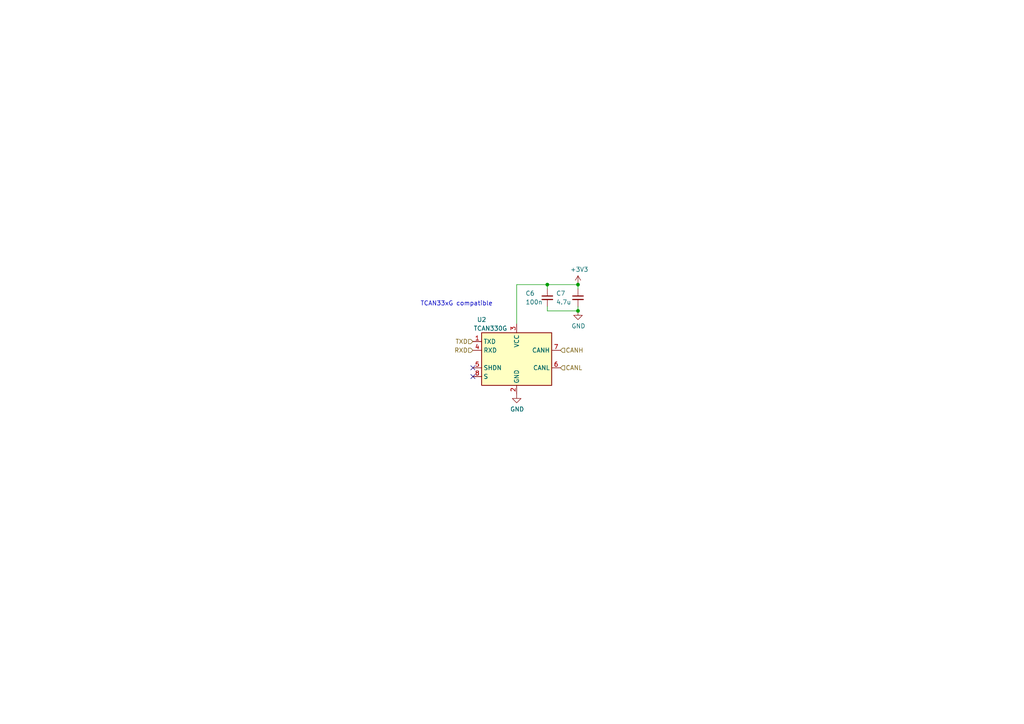
<source format=kicad_sch>
(kicad_sch (version 20211123) (generator eeschema)
  (paper "A4")
  (lib_symbols
    (symbol "Device:C_Small" (pin_numbers hide) (pin_names (offset 0.254) hide)
      (property "Reference" "C" (at 0.254 1.778 0))
      (property "Value" "C_Small" (at 0.254 -2.032 0))
      (symbol "C_Small_0_1"
        (polyline (pts (xy -1.524 -0.508) (xy 1.524 -0.508)) (stroke (width 0.3302)))
        (polyline (pts (xy -1.524 0.508) (xy 1.524 0.508)) (stroke (width 0.3048)))
      )
      (symbol "C_Small_1_1"
        (pin passive line (at 0 2.54 270) (length 2.032) (name "~") (number "1"))
        (pin passive line (at 0 -2.54 90) (length 2.032) (name "~") (number "2"))
      )
    )
    (symbol "Interface_CAN_LIN:TCAN330G"
      (property "Reference" "U" (at -10.16 8.89 0))
      (property "Value" "TCAN330G" (at 2.54 8.89 0))
      (symbol "TCAN330G_0_1"
        (rectangle (start -10.16 7.62) (end 10.16 -7.62) (stroke (width 0.254)) (fill (type background)))
      )
      (symbol "TCAN330G_1_1"
        (pin input line (at -12.7 5.08 0) (length 2.54) (name "TXD") (number "1"))
        (pin power_in line (at 0 -10.16 90) (length 2.54) (name "GND") (number "2"))
        (pin power_in line (at 0 10.16 270) (length 2.54) (name "VCC") (number "3"))
        (pin tri_state line (at -12.7 2.54 0) (length 2.54) (name "RXD") (number "4"))
        (pin input line (at -12.7 -2.54 0) (length 2.54) (name "SHDN") (number "5"))
        (pin bidirectional line (at 12.7 -2.54 180) (length 2.54) (name "CANL") (number "6"))
        (pin bidirectional line (at 12.7 2.54 180) (length 2.54) (name "CANH") (number "7"))
        (pin input line (at -12.7 -5.08 0) (length 2.54) (name "S") (number "8"))
      )
    )
    (symbol "power:+3V3" (power) (pin_names (offset 0))
      (property "Value" "+3V3" (at 0 3.556 0))
      (symbol "+3V3_0_1"
        (polyline (pts (xy -0.762 1.27) (xy 0 2.54)))
        (polyline (pts (xy 0 0) (xy 0 2.54)))
        (polyline (pts (xy 0 2.54) (xy 0.762 1.27)))
      )
      (symbol "+3V3_1_1"
        (pin power_in line (at 0 0 90) (length 0) hide (name "+3V3") (number "1"))
      )
    )
    (symbol "power:GND" (power) (pin_names (offset 0))
      (property "Value" "GND" (at 0 -3.81 0))
      (symbol "GND_0_1"
        (polyline (pts (xy 0 0) (xy 0 -1.27) (xy 1.27 -1.27) (xy 0 -2.54) (xy -1.27 -1.27) (xy 0 -1.27)))
      )
      (symbol "GND_1_1"
        (pin power_in line (at 0 0 270) (length 0) hide (name "GND") (number "1"))
      )
    )
  )
  (junction (at 167.64 82.55))
  (junction (at 158.75 82.55))
  (junction (at 167.64 90.17))
  (no_connect (at 137.16 106.68))
  (no_connect (at 137.16 109.22))
  (wire (pts (xy 167.64 82.55) (xy 167.64 83.82)))
  (wire (pts (xy 158.75 83.82) (xy 158.75 82.55)))
  (wire (pts (xy 149.86 93.98) (xy 149.86 82.55)))
  (wire (pts (xy 167.64 90.17) (xy 167.64 88.9)))
  (wire (pts (xy 149.86 82.55) (xy 158.75 82.55)))
  (wire (pts (xy 158.75 82.55) (xy 167.64 82.55)))
  (wire (pts (xy 158.75 90.17) (xy 167.64 90.17)))
  (wire (pts (xy 158.75 88.9) (xy 158.75 90.17)))
  (text "TCAN33xG compatible" (at 121.92 88.9 0) (effects (font (size 1.27 1.27)) (justify left bottom)))
  (hierarchical_label "CANH" (shape input) (at 162.56 101.6 0))
  (hierarchical_label "RXD" (shape input) (at 137.16 101.6 180))
  (hierarchical_label "TXD" (shape input) (at 137.16 99.06 180))
  (hierarchical_label "CANL" (shape input) (at 162.56 106.68 0))
  (symbol (lib_id "Device:C_Small") (at 158.75 86.36 0) (unit 1)
    (property "Reference" "C6" (at 152.4 85.09 0) (effects (justify left)))
    (property "Value" "100n" (at 152.4 87.63 0) (effects (justify left)))
    (property "Footprint" "Capacitor_SMD:C_0603_1608Metric" (effects hide))
  )
  (symbol (lib_id "Device:C_Small") (at 167.64 86.36 0) (unit 1)
    (property "Reference" "C7" (at 161.29 85.09 0) (effects (justify left)))
    (property "Value" "4.7u" (at 161.29 87.63 0) (effects (justify left)))
    (property "Footprint" "Capacitor_SMD:C_0603_1608Metric" (effects hide))
  )
  (symbol (lib_id "Interface_CAN_LIN:TCAN330G") (at 149.86 104.14 0) (unit 1)
    (property "Reference" "U2" (at 139.7 92.71 0))
    (property "Value" "TCAN330G" (at 142.24 95.25 0))
    (property "Footprint" "Package_SO:SOIC-8_3.9x4.9mm_P1.27mm" (effects hide))
    (property "Datasheet" "http://www.ti.com/lit/ds/symlink/tcan337.pdf" (effects hide))
  )
  (symbol (lib_id "power:+3V3") (at 167.64 82.55 0) (unit 1)
    (property "Reference" "#PWR023" (effects hide))
    (property "Value" "+3V3" (at 168.021 78.1558 0))
  )
  (symbol (lib_id "power:GND") (at 149.86 114.3 0) (unit 1)
    (property "Reference" "#PWR022" (effects hide))
    (property "Value" "GND" (at 149.987 118.6942 0))
  )
  (symbol (lib_id "power:GND") (at 167.64 90.17 0) (unit 1)
    (property "Reference" "#PWR024" (effects hide))
    (property "Value" "GND" (at 167.767 94.5642 0))
  )
)
</source>
